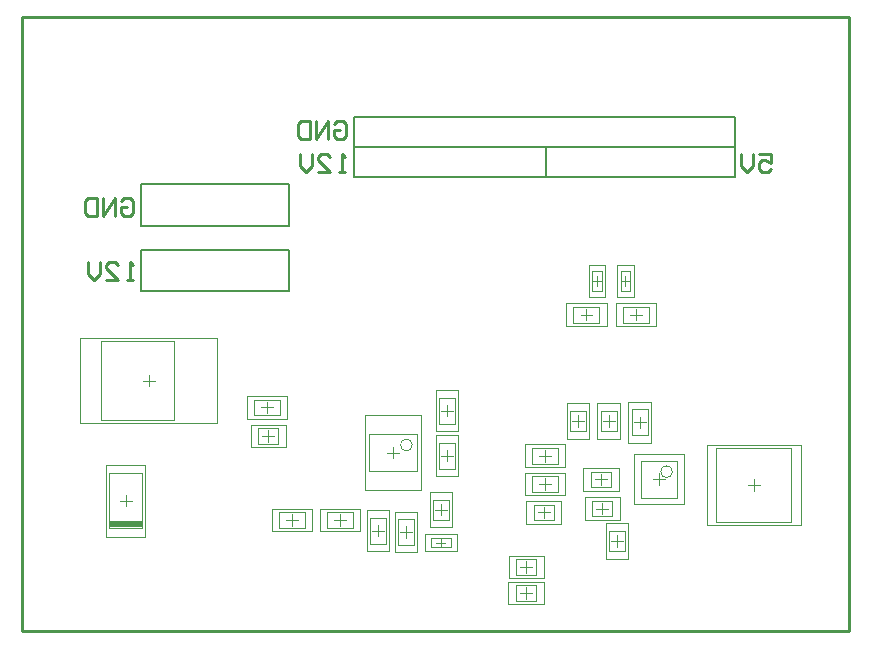
<source format=gbo>
G04*
G04 #@! TF.GenerationSoftware,Altium Limited,Altium Designer,18.1.11 (251)*
G04*
G04 Layer_Color=32896*
%FSLAX25Y25*%
%MOIN*%
G70*
G01*
G75*
%ADD13C,0.00394*%
%ADD14C,0.01000*%
%ADD15C,0.00591*%
%ADD17R,0.10984X0.02436*%
%ADD18C,0.00197*%
D13*
X129996Y62059D02*
G03*
X129996Y62059I-1969J0D01*
G01*
X216733Y53150D02*
G03*
X216733Y53150I-1969J0D01*
G01*
X256209Y36221D02*
Y61024D01*
X231406Y36221D02*
Y61024D01*
Y36221D02*
X256209D01*
X231406Y61024D02*
X256209D01*
X39992Y34445D02*
Y52555D01*
X29008Y34445D02*
Y52555D01*
X39992D01*
X29008Y34445D02*
X39992D01*
X77169Y71866D02*
X85831D01*
X77169Y77181D02*
X85831D01*
Y71866D02*
Y77181D01*
X77169Y71866D02*
Y77181D01*
X115429Y53398D02*
Y65602D01*
X131571Y53398D02*
Y65602D01*
X115429Y53398D02*
X131571D01*
X115429Y65602D02*
X131571D01*
X202647Y113362D02*
Y120055D01*
X199497Y113362D02*
Y120055D01*
X202647D01*
X199497Y113362D02*
X202647D01*
X193147D02*
Y120055D01*
X189997Y113362D02*
Y120055D01*
X193147D01*
X189997Y113362D02*
X193147D01*
X183741Y108158D02*
X192403D01*
X183741Y102842D02*
X192403D01*
X183741D02*
Y108158D01*
X192403Y102842D02*
Y108158D01*
X200241Y102842D02*
X208903D01*
X200241Y108158D02*
X208903D01*
Y102842D02*
Y108158D01*
X200241Y102842D02*
Y108158D01*
X171299Y10063D02*
Y15378D01*
X164606Y10063D02*
Y15378D01*
Y10063D02*
X171299D01*
X164606Y15378D02*
X171299D01*
X203150Y65197D02*
Y73859D01*
X208465Y65197D02*
Y73859D01*
X203150Y65197D02*
X208465D01*
X203150Y73859D02*
X208465D01*
X192828Y66681D02*
X198143D01*
X192828Y73374D02*
X198143D01*
X192828Y66681D02*
Y73374D01*
X198143Y66681D02*
Y73374D01*
X182650Y66681D02*
X187965D01*
X182650Y73374D02*
X187965D01*
X182650Y66681D02*
Y73374D01*
X187965Y66681D02*
Y73374D01*
X170461Y36870D02*
Y42185D01*
X177154Y36870D02*
Y42185D01*
X170461D02*
X177154D01*
X170461Y36870D02*
X177154D01*
X169977Y46370D02*
X178638D01*
X169977Y51685D02*
X178638D01*
Y46370D02*
Y51685D01*
X169977Y46370D02*
Y51685D01*
X170020Y61116D02*
X178681D01*
X170020Y55801D02*
X178681D01*
X170020D02*
Y61116D01*
X178681Y55801D02*
Y61116D01*
X190008Y38192D02*
Y43507D01*
X196701Y38192D02*
Y43507D01*
X190008D02*
X196701D01*
X190008Y38192D02*
X196701D01*
X195650Y26660D02*
X200965D01*
X195650Y33353D02*
X200965D01*
X195650Y26660D02*
Y33353D01*
X200965Y26660D02*
Y33353D01*
X189508Y47870D02*
Y53185D01*
X196201Y47870D02*
Y53185D01*
X189508D02*
X196201D01*
X189508Y47870D02*
X196201D01*
X138842Y54169D02*
Y62831D01*
X144158Y54169D02*
Y62831D01*
X138842Y54169D02*
X144158D01*
X138842Y62831D02*
X144158D01*
X138842Y69169D02*
Y77831D01*
X144158Y69169D02*
Y77831D01*
X138842Y69169D02*
X144158D01*
X138842Y77831D02*
X144158D01*
X85669Y39701D02*
X94331D01*
X85669Y34386D02*
X94331D01*
X85669D02*
Y39701D01*
X94331Y34386D02*
Y39701D01*
X101669Y34386D02*
X110331D01*
X101669Y39701D02*
X110331D01*
Y34386D02*
Y39701D01*
X101669Y34386D02*
Y39701D01*
X136843Y43846D02*
X142157D01*
X136843Y37154D02*
X142157D01*
Y43846D01*
X136843Y37154D02*
Y43846D01*
X136153Y27925D02*
X142847D01*
X136153Y31075D02*
X142847D01*
Y27925D02*
Y31075D01*
X136153Y27925D02*
Y31075D01*
X121158Y29169D02*
Y37831D01*
X115842Y29169D02*
Y37831D01*
X121158D01*
X115842Y29169D02*
X121158D01*
X125343Y28669D02*
Y37331D01*
X130657Y28669D02*
Y37331D01*
X125343Y28669D02*
X130657D01*
X125343Y37331D02*
X130657D01*
X171394Y18741D02*
Y24056D01*
X164701Y18741D02*
Y24056D01*
Y18741D02*
X171394D01*
X164701Y24056D02*
X171394D01*
X206103Y56693D02*
X218307D01*
X206103Y44488D02*
X218307D01*
Y56693D01*
X206103Y44488D02*
Y56693D01*
X78654Y62343D02*
X85347D01*
X78654Y67658D02*
X85347D01*
Y62343D02*
Y67658D01*
X78654Y62343D02*
Y67658D01*
X26153Y96787D02*
X50642D01*
X26153Y70213D02*
X50642D01*
X26153D02*
Y96787D01*
X50642Y70213D02*
Y96787D01*
X241839Y48622D02*
X245776D01*
X243807Y46654D02*
Y50591D01*
X32531Y43500D02*
X36468D01*
X34500Y41532D02*
Y45469D01*
X81500Y72555D02*
Y76492D01*
X79532Y74524D02*
X83469D01*
X121531Y59500D02*
X125469D01*
X123500Y57531D02*
Y61468D01*
X199497Y116709D02*
X202647D01*
X201072Y115134D02*
Y118283D01*
X189997Y116709D02*
X193147D01*
X191572Y115134D02*
Y118283D01*
X188072Y103532D02*
Y107468D01*
X186103Y105500D02*
X190040D01*
X204572Y103532D02*
Y107468D01*
X202603Y105500D02*
X206540D01*
X165984Y12720D02*
X169921D01*
X167953Y10752D02*
Y14689D01*
X203839Y69528D02*
X207776D01*
X205807Y67559D02*
Y71496D01*
X195485Y68059D02*
Y71996D01*
X193517Y70028D02*
X197454D01*
X185307Y68059D02*
Y71996D01*
X183339Y70028D02*
X187276D01*
X171839Y39528D02*
X175776D01*
X173807Y37559D02*
Y41496D01*
X174307Y47059D02*
Y50996D01*
X172339Y49028D02*
X176276D01*
X174351Y56490D02*
Y60427D01*
X172382Y58459D02*
X176319D01*
X191386Y40850D02*
X195323D01*
X193355Y38881D02*
Y42818D01*
X198307Y28038D02*
Y31975D01*
X196339Y30006D02*
X200276D01*
X190886Y50528D02*
X194823D01*
X192855Y48559D02*
Y52496D01*
X139532Y58500D02*
X143468D01*
X141500Y56532D02*
Y60469D01*
X139532Y73500D02*
X143468D01*
X141500Y71531D02*
Y75468D01*
X90000Y35075D02*
Y39012D01*
X88032Y37043D02*
X91969D01*
X106000Y35075D02*
Y39012D01*
X104032Y37043D02*
X107968D01*
X139500Y38532D02*
Y42469D01*
X137531Y40500D02*
X141469D01*
X139500Y27925D02*
Y31075D01*
X137925Y29500D02*
X141075D01*
X116532Y33500D02*
X120468D01*
X118500Y31532D02*
Y35469D01*
X126031Y33000D02*
X129969D01*
X128000Y31032D02*
Y34969D01*
X166079Y21399D02*
X170016D01*
X168047Y19430D02*
Y23367D01*
X212205Y48622D02*
Y52559D01*
X210237Y50591D02*
X214174D01*
X82000Y63032D02*
Y66969D01*
X80032Y65000D02*
X83969D01*
X42177Y81532D02*
Y85469D01*
X40209Y83500D02*
X44146D01*
D14*
X245501Y158998D02*
X249500D01*
Y155999D01*
X247501Y156999D01*
X246501D01*
X245501Y155999D01*
Y154000D01*
X246501Y153000D01*
X248500D01*
X249500Y154000D01*
X243502Y158998D02*
Y154999D01*
X241503Y153000D01*
X239503Y154999D01*
Y158998D01*
X107500Y153000D02*
X105501D01*
X106500D01*
Y158998D01*
X107500Y157998D01*
X98503Y153000D02*
X102502D01*
X98503Y156999D01*
Y157998D01*
X99503Y158998D01*
X101502D01*
X102502Y157998D01*
X96504Y158998D02*
Y154999D01*
X94504Y153000D01*
X92505Y154999D01*
Y158998D01*
X104001Y168998D02*
X105001Y169998D01*
X107000D01*
X108000Y168998D01*
Y165000D01*
X107000Y164000D01*
X105001D01*
X104001Y165000D01*
Y166999D01*
X106001D01*
X102002Y164000D02*
Y169998D01*
X98003Y164000D01*
Y169998D01*
X96004D02*
Y164000D01*
X93005D01*
X92005Y165000D01*
Y168998D01*
X93005Y169998D01*
X96004D01*
X33001Y143498D02*
X34001Y144498D01*
X36000D01*
X37000Y143498D01*
Y139500D01*
X36000Y138500D01*
X34001D01*
X33001Y139500D01*
Y141499D01*
X35001D01*
X31002Y138500D02*
Y144498D01*
X27003Y138500D01*
Y144498D01*
X25004D02*
Y138500D01*
X22005D01*
X21005Y139500D01*
Y143498D01*
X22005Y144498D01*
X25004D01*
X37000Y117000D02*
X35001D01*
X36000D01*
Y122998D01*
X37000Y121998D01*
X28003Y117000D02*
X32002D01*
X28003Y120999D01*
Y121998D01*
X29003Y122998D01*
X31002D01*
X32002Y121998D01*
X26004Y122998D02*
Y118999D01*
X24004Y117000D01*
X22005Y118999D01*
Y122998D01*
X0Y0D02*
Y204724D01*
Y0D02*
X275590D01*
Y204724D01*
X0D02*
X275590D01*
D15*
X174500Y151500D02*
Y161500D01*
Y151500D02*
X237500D01*
Y161500D01*
X174500D02*
X237500D01*
X110500Y151500D02*
Y161500D01*
Y151500D02*
X174500D01*
X110500Y161500D02*
X174500D01*
X110500Y161000D02*
Y171500D01*
X237500Y161000D02*
Y171500D01*
X110500D02*
X237500D01*
X39500Y113500D02*
Y127000D01*
Y113500D02*
X89000D01*
Y127000D01*
X39500D02*
X89000D01*
X39500Y149000D02*
X89000D01*
Y135000D02*
Y149000D01*
X39500Y135000D02*
X89000D01*
X39500D02*
Y149000D01*
D17*
X34500Y35663D02*
D03*
D18*
X259457Y35237D02*
Y62008D01*
X228158Y35237D02*
Y62008D01*
Y35237D02*
X259457D01*
X228158Y62008D02*
X259457D01*
X40996Y31492D02*
Y55508D01*
X28004Y31492D02*
Y55508D01*
X40996D01*
X28004Y31492D02*
X40996D01*
X74807Y70784D02*
X88193D01*
X74807Y78264D02*
X88193D01*
Y70784D02*
Y78264D01*
X74807Y70784D02*
Y78264D01*
X114248Y47098D02*
Y71902D01*
X132752Y47098D02*
Y71902D01*
X114248Y47098D02*
X132752D01*
X114248Y71902D02*
X132752D01*
X203828Y111394D02*
Y122024D01*
X198316Y111394D02*
Y122024D01*
X203828D01*
X198316Y111394D02*
X203828D01*
X194328D02*
Y122024D01*
X188816Y111394D02*
Y122024D01*
X194328D01*
X188816Y111394D02*
X194328D01*
X181379Y109240D02*
X194765D01*
X181379Y101760D02*
X194765D01*
X181379D02*
Y109240D01*
X194765Y101760D02*
Y109240D01*
X197879Y101760D02*
X211265D01*
X197879Y109240D02*
X211265D01*
Y101760D02*
Y109240D01*
X197879Y101760D02*
Y109240D01*
X173858Y8980D02*
Y16461D01*
X162047Y8980D02*
Y16461D01*
Y8980D02*
X173858D01*
X162047Y16461D02*
X173858D01*
X202067Y62835D02*
Y76221D01*
X209547Y62835D02*
Y76221D01*
X202067Y62835D02*
X209547D01*
X202067Y76221D02*
X209547D01*
X191745Y64122D02*
X199226D01*
X191745Y75933D02*
X199226D01*
X191745Y64122D02*
Y75933D01*
X199226Y64122D02*
Y75933D01*
X181567Y64122D02*
X189048D01*
X181567Y75933D02*
X189048D01*
X181567Y64122D02*
Y75933D01*
X189048Y64122D02*
Y75933D01*
X167902Y35788D02*
Y43268D01*
X179713Y35788D02*
Y43268D01*
X167902D02*
X179713D01*
X167902Y35788D02*
X179713D01*
X167614Y45288D02*
X181000D01*
X167614Y52768D02*
X181000D01*
Y45288D02*
Y52768D01*
X167614Y45288D02*
Y52768D01*
X167658Y62199D02*
X181044D01*
X167658Y54719D02*
X181044D01*
X167658D02*
Y62199D01*
X181044Y54719D02*
Y62199D01*
X187449Y37110D02*
Y44590D01*
X199260Y37110D02*
Y44590D01*
X187449D02*
X199260D01*
X187449Y37110D02*
X199260D01*
X194567Y24101D02*
X202047D01*
X194567Y35912D02*
X202047D01*
X194567Y24101D02*
Y35912D01*
X202047Y24101D02*
Y35912D01*
X186949Y46788D02*
Y54268D01*
X198760Y46788D02*
Y54268D01*
X186949D02*
X198760D01*
X186949Y46788D02*
X198760D01*
X137760Y51807D02*
Y65193D01*
X145240Y51807D02*
Y65193D01*
X137760Y51807D02*
X145240D01*
X137760Y65193D02*
X145240D01*
X137760Y66807D02*
Y80193D01*
X145240Y66807D02*
Y80193D01*
X137760Y66807D02*
X145240D01*
X137760Y80193D02*
X145240D01*
X83307Y40784D02*
X96693D01*
X83307Y33303D02*
X96693D01*
X83307D02*
Y40784D01*
X96693Y33303D02*
Y40784D01*
X99307Y33303D02*
X112693D01*
X99307Y40784D02*
X112693D01*
Y33303D02*
Y40784D01*
X99307Y33303D02*
Y40784D01*
X135760Y46406D02*
X143240D01*
X135760Y34595D02*
X143240D01*
Y46406D01*
X135760Y34595D02*
Y46406D01*
X134185Y26744D02*
X144815D01*
X134185Y32256D02*
X144815D01*
Y26744D02*
Y32256D01*
X134185Y26744D02*
Y32256D01*
X122240Y26807D02*
Y40193D01*
X114760Y26807D02*
Y40193D01*
X122240D01*
X114760Y26807D02*
X122240D01*
X124260Y26307D02*
Y39693D01*
X131740Y26307D02*
Y39693D01*
X124260Y26307D02*
X131740D01*
X124260Y39693D02*
X131740D01*
X173953Y17659D02*
Y25139D01*
X162142Y17659D02*
Y25139D01*
Y17659D02*
X173953D01*
X162142Y25139D02*
X173953D01*
X203937Y58859D02*
X220473D01*
X203937Y42323D02*
X220473D01*
Y58859D01*
X203937Y42323D02*
Y58859D01*
X76095Y61260D02*
X87906D01*
X76095Y68740D02*
X87906D01*
Y61260D02*
Y68740D01*
X76095Y61260D02*
Y68740D01*
X19342Y97772D02*
X65012D01*
X19342Y69228D02*
X65012D01*
X19342D02*
Y97772D01*
X65012Y69228D02*
Y97772D01*
M02*

</source>
